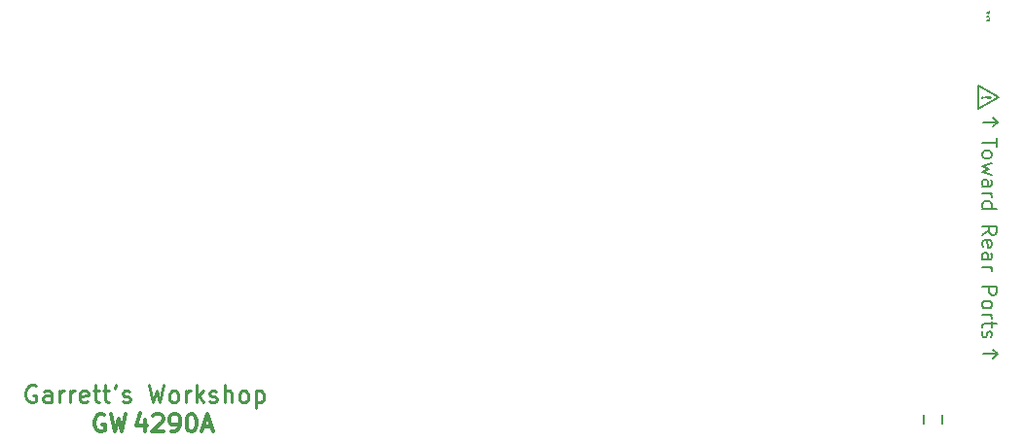
<source format=gto>
G04 #@! TF.GenerationSoftware,KiCad,Pcbnew,(5.1.2-1)-1*
G04 #@! TF.CreationDate,2019-07-21T10:06:24-04:00*
G04 #@! TF.ProjectId,BUSJUMP,4255534a-554d-4502-9e6b-696361645f70,rev?*
G04 #@! TF.SameCoordinates,Original*
G04 #@! TF.FileFunction,Legend,Top*
G04 #@! TF.FilePolarity,Positive*
%FSLAX46Y46*%
G04 Gerber Fmt 4.6, Leading zero omitted, Abs format (unit mm)*
G04 Created by KiCad (PCBNEW (5.1.2-1)-1) date 2019-07-21 10:06:24*
%MOMM*%
%LPD*%
G04 APERTURE LIST*
%ADD10C,0.200000*%
%ADD11C,0.190500*%
%ADD12C,0.300000*%
%ADD13C,0.225000*%
%ADD14C,0.152400*%
%ADD15C,0.127000*%
%ADD16C,0.100000*%
%ADD17C,2.000000*%
%ADD18C,1.676400*%
%ADD19C,1.202400*%
%ADD20C,2.152400*%
%ADD21O,1.202400X1.202400*%
G04 APERTURE END LIST*
D10*
X115697000Y-102108000D02*
X117475000Y-101092000D01*
X117475000Y-101092000D02*
X115697000Y-100076000D01*
X115697000Y-102108000D02*
X115697000Y-100076000D01*
X117348000Y-103251000D02*
X116078000Y-103251000D01*
X117348000Y-103251000D02*
X116967000Y-103632000D01*
X117348000Y-103251000D02*
X116967000Y-102870000D01*
X117348000Y-123444000D02*
X116967000Y-123063000D01*
X117348000Y-123444000D02*
X116078000Y-123444000D01*
X117348000Y-123444000D02*
X116967000Y-123825000D01*
X117281476Y-104672190D02*
X117281476Y-105397904D01*
X116011476Y-105035047D02*
X117281476Y-105035047D01*
X116011476Y-106002666D02*
X116071952Y-105881714D01*
X116132428Y-105821238D01*
X116253380Y-105760761D01*
X116616238Y-105760761D01*
X116737190Y-105821238D01*
X116797666Y-105881714D01*
X116858142Y-106002666D01*
X116858142Y-106184095D01*
X116797666Y-106305047D01*
X116737190Y-106365523D01*
X116616238Y-106426000D01*
X116253380Y-106426000D01*
X116132428Y-106365523D01*
X116071952Y-106305047D01*
X116011476Y-106184095D01*
X116011476Y-106002666D01*
X116858142Y-106849333D02*
X116011476Y-107091238D01*
X116616238Y-107333142D01*
X116011476Y-107575047D01*
X116858142Y-107816952D01*
X116011476Y-108845047D02*
X116676714Y-108845047D01*
X116797666Y-108784571D01*
X116858142Y-108663619D01*
X116858142Y-108421714D01*
X116797666Y-108300761D01*
X116071952Y-108845047D02*
X116011476Y-108724095D01*
X116011476Y-108421714D01*
X116071952Y-108300761D01*
X116192904Y-108240285D01*
X116313857Y-108240285D01*
X116434809Y-108300761D01*
X116495285Y-108421714D01*
X116495285Y-108724095D01*
X116555761Y-108845047D01*
X116011476Y-109449809D02*
X116858142Y-109449809D01*
X116616238Y-109449809D02*
X116737190Y-109510285D01*
X116797666Y-109570761D01*
X116858142Y-109691714D01*
X116858142Y-109812666D01*
X116011476Y-110780285D02*
X117281476Y-110780285D01*
X116071952Y-110780285D02*
X116011476Y-110659333D01*
X116011476Y-110417428D01*
X116071952Y-110296476D01*
X116132428Y-110236000D01*
X116253380Y-110175523D01*
X116616238Y-110175523D01*
X116737190Y-110236000D01*
X116797666Y-110296476D01*
X116858142Y-110417428D01*
X116858142Y-110659333D01*
X116797666Y-110780285D01*
X116011476Y-113078380D02*
X116616238Y-112655047D01*
X116011476Y-112352666D02*
X117281476Y-112352666D01*
X117281476Y-112836476D01*
X117221000Y-112957428D01*
X117160523Y-113017904D01*
X117039571Y-113078380D01*
X116858142Y-113078380D01*
X116737190Y-113017904D01*
X116676714Y-112957428D01*
X116616238Y-112836476D01*
X116616238Y-112352666D01*
X116071952Y-114106476D02*
X116011476Y-113985523D01*
X116011476Y-113743619D01*
X116071952Y-113622666D01*
X116192904Y-113562190D01*
X116676714Y-113562190D01*
X116797666Y-113622666D01*
X116858142Y-113743619D01*
X116858142Y-113985523D01*
X116797666Y-114106476D01*
X116676714Y-114166952D01*
X116555761Y-114166952D01*
X116434809Y-113562190D01*
X116011476Y-115255523D02*
X116676714Y-115255523D01*
X116797666Y-115195047D01*
X116858142Y-115074095D01*
X116858142Y-114832190D01*
X116797666Y-114711238D01*
X116071952Y-115255523D02*
X116011476Y-115134571D01*
X116011476Y-114832190D01*
X116071952Y-114711238D01*
X116192904Y-114650761D01*
X116313857Y-114650761D01*
X116434809Y-114711238D01*
X116495285Y-114832190D01*
X116495285Y-115134571D01*
X116555761Y-115255523D01*
X116011476Y-115860285D02*
X116858142Y-115860285D01*
X116616238Y-115860285D02*
X116737190Y-115920761D01*
X116797666Y-115981238D01*
X116858142Y-116102190D01*
X116858142Y-116223142D01*
X116011476Y-117614095D02*
X117281476Y-117614095D01*
X117281476Y-118097904D01*
X117221000Y-118218857D01*
X117160523Y-118279333D01*
X117039571Y-118339809D01*
X116858142Y-118339809D01*
X116737190Y-118279333D01*
X116676714Y-118218857D01*
X116616238Y-118097904D01*
X116616238Y-117614095D01*
X116011476Y-119065523D02*
X116071952Y-118944571D01*
X116132428Y-118884095D01*
X116253380Y-118823619D01*
X116616238Y-118823619D01*
X116737190Y-118884095D01*
X116797666Y-118944571D01*
X116858142Y-119065523D01*
X116858142Y-119246952D01*
X116797666Y-119367904D01*
X116737190Y-119428380D01*
X116616238Y-119488857D01*
X116253380Y-119488857D01*
X116132428Y-119428380D01*
X116071952Y-119367904D01*
X116011476Y-119246952D01*
X116011476Y-119065523D01*
X116011476Y-120033142D02*
X116858142Y-120033142D01*
X116616238Y-120033142D02*
X116737190Y-120093619D01*
X116797666Y-120154095D01*
X116858142Y-120275047D01*
X116858142Y-120396000D01*
X116858142Y-120637904D02*
X116858142Y-121121714D01*
X117281476Y-120819333D02*
X116192904Y-120819333D01*
X116071952Y-120879809D01*
X116011476Y-121000761D01*
X116011476Y-121121714D01*
X116071952Y-121484571D02*
X116011476Y-121605523D01*
X116011476Y-121847428D01*
X116071952Y-121968380D01*
X116192904Y-122028857D01*
X116253380Y-122028857D01*
X116374333Y-121968380D01*
X116434809Y-121847428D01*
X116434809Y-121666000D01*
X116495285Y-121545047D01*
X116616238Y-121484571D01*
X116676714Y-121484571D01*
X116797666Y-121545047D01*
X116858142Y-121666000D01*
X116858142Y-121847428D01*
X116797666Y-121968380D01*
D11*
X116059857Y-101092000D02*
X116023571Y-101128285D01*
X115987285Y-101092000D01*
X116023571Y-101055714D01*
X116059857Y-101092000D01*
X115987285Y-101092000D01*
X116277571Y-101092000D02*
X116713000Y-101055714D01*
X116749285Y-101092000D01*
X116713000Y-101128285D01*
X116277571Y-101092000D01*
X116749285Y-101092000D01*
D12*
X39660285Y-128778000D02*
X39515142Y-128705428D01*
X39297428Y-128705428D01*
X39079714Y-128778000D01*
X38934571Y-128923142D01*
X38862000Y-129068285D01*
X38789428Y-129358571D01*
X38789428Y-129576285D01*
X38862000Y-129866571D01*
X38934571Y-130011714D01*
X39079714Y-130156857D01*
X39297428Y-130229428D01*
X39442571Y-130229428D01*
X39660285Y-130156857D01*
X39732857Y-130084285D01*
X39732857Y-129576285D01*
X39442571Y-129576285D01*
X40240857Y-128705428D02*
X40603714Y-130229428D01*
X40894000Y-129140857D01*
X41184285Y-130229428D01*
X41547142Y-128705428D01*
D13*
X33680000Y-126250000D02*
X33537142Y-126178571D01*
X33322857Y-126178571D01*
X33108571Y-126250000D01*
X32965714Y-126392857D01*
X32894285Y-126535714D01*
X32822857Y-126821428D01*
X32822857Y-127035714D01*
X32894285Y-127321428D01*
X32965714Y-127464285D01*
X33108571Y-127607142D01*
X33322857Y-127678571D01*
X33465714Y-127678571D01*
X33680000Y-127607142D01*
X33751428Y-127535714D01*
X33751428Y-127035714D01*
X33465714Y-127035714D01*
X35037142Y-127678571D02*
X35037142Y-126892857D01*
X34965714Y-126750000D01*
X34822857Y-126678571D01*
X34537142Y-126678571D01*
X34394285Y-126750000D01*
X35037142Y-127607142D02*
X34894285Y-127678571D01*
X34537142Y-127678571D01*
X34394285Y-127607142D01*
X34322857Y-127464285D01*
X34322857Y-127321428D01*
X34394285Y-127178571D01*
X34537142Y-127107142D01*
X34894285Y-127107142D01*
X35037142Y-127035714D01*
X35751428Y-127678571D02*
X35751428Y-126678571D01*
X35751428Y-126964285D02*
X35822857Y-126821428D01*
X35894285Y-126750000D01*
X36037142Y-126678571D01*
X36180000Y-126678571D01*
X36680000Y-127678571D02*
X36680000Y-126678571D01*
X36680000Y-126964285D02*
X36751428Y-126821428D01*
X36822857Y-126750000D01*
X36965714Y-126678571D01*
X37108571Y-126678571D01*
X38180000Y-127607142D02*
X38037142Y-127678571D01*
X37751428Y-127678571D01*
X37608571Y-127607142D01*
X37537142Y-127464285D01*
X37537142Y-126892857D01*
X37608571Y-126750000D01*
X37751428Y-126678571D01*
X38037142Y-126678571D01*
X38180000Y-126750000D01*
X38251428Y-126892857D01*
X38251428Y-127035714D01*
X37537142Y-127178571D01*
X38680000Y-126678571D02*
X39251428Y-126678571D01*
X38894285Y-126178571D02*
X38894285Y-127464285D01*
X38965714Y-127607142D01*
X39108571Y-127678571D01*
X39251428Y-127678571D01*
X39537142Y-126678571D02*
X40108571Y-126678571D01*
X39751428Y-126178571D02*
X39751428Y-127464285D01*
X39822857Y-127607142D01*
X39965714Y-127678571D01*
X40108571Y-127678571D01*
X40680000Y-126178571D02*
X40680000Y-126250000D01*
X40608571Y-126392857D01*
X40537142Y-126464285D01*
X41251428Y-127607142D02*
X41394285Y-127678571D01*
X41680000Y-127678571D01*
X41822857Y-127607142D01*
X41894285Y-127464285D01*
X41894285Y-127392857D01*
X41822857Y-127250000D01*
X41680000Y-127178571D01*
X41465714Y-127178571D01*
X41322857Y-127107142D01*
X41251428Y-126964285D01*
X41251428Y-126892857D01*
X41322857Y-126750000D01*
X41465714Y-126678571D01*
X41680000Y-126678571D01*
X41822857Y-126750000D01*
X43537142Y-126178571D02*
X43894285Y-127678571D01*
X44180000Y-126607142D01*
X44465714Y-127678571D01*
X44822857Y-126178571D01*
X45608571Y-127678571D02*
X45465714Y-127607142D01*
X45394285Y-127535714D01*
X45322857Y-127392857D01*
X45322857Y-126964285D01*
X45394285Y-126821428D01*
X45465714Y-126750000D01*
X45608571Y-126678571D01*
X45822857Y-126678571D01*
X45965714Y-126750000D01*
X46037142Y-126821428D01*
X46108571Y-126964285D01*
X46108571Y-127392857D01*
X46037142Y-127535714D01*
X45965714Y-127607142D01*
X45822857Y-127678571D01*
X45608571Y-127678571D01*
X46751428Y-127678571D02*
X46751428Y-126678571D01*
X46751428Y-126964285D02*
X46822857Y-126821428D01*
X46894285Y-126750000D01*
X47037142Y-126678571D01*
X47180000Y-126678571D01*
X47680000Y-127678571D02*
X47680000Y-126178571D01*
X47822857Y-127107142D02*
X48251428Y-127678571D01*
X48251428Y-126678571D02*
X47680000Y-127250000D01*
X48822857Y-127607142D02*
X48965714Y-127678571D01*
X49251428Y-127678571D01*
X49394285Y-127607142D01*
X49465714Y-127464285D01*
X49465714Y-127392857D01*
X49394285Y-127250000D01*
X49251428Y-127178571D01*
X49037142Y-127178571D01*
X48894285Y-127107142D01*
X48822857Y-126964285D01*
X48822857Y-126892857D01*
X48894285Y-126750000D01*
X49037142Y-126678571D01*
X49251428Y-126678571D01*
X49394285Y-126750000D01*
X50108571Y-127678571D02*
X50108571Y-126178571D01*
X50751428Y-127678571D02*
X50751428Y-126892857D01*
X50680000Y-126750000D01*
X50537142Y-126678571D01*
X50322857Y-126678571D01*
X50180000Y-126750000D01*
X50108571Y-126821428D01*
X51680000Y-127678571D02*
X51537142Y-127607142D01*
X51465714Y-127535714D01*
X51394285Y-127392857D01*
X51394285Y-126964285D01*
X51465714Y-126821428D01*
X51537142Y-126750000D01*
X51680000Y-126678571D01*
X51894285Y-126678571D01*
X52037142Y-126750000D01*
X52108571Y-126821428D01*
X52180000Y-126964285D01*
X52180000Y-127392857D01*
X52108571Y-127535714D01*
X52037142Y-127607142D01*
X51894285Y-127678571D01*
X51680000Y-127678571D01*
X52822857Y-126678571D02*
X52822857Y-128178571D01*
X52822857Y-126750000D02*
X52965714Y-126678571D01*
X53251428Y-126678571D01*
X53394285Y-126750000D01*
X53465714Y-126821428D01*
X53537142Y-126964285D01*
X53537142Y-127392857D01*
X53465714Y-127535714D01*
X53394285Y-127607142D01*
X53251428Y-127678571D01*
X52965714Y-127678571D01*
X52822857Y-127607142D01*
D12*
X43180000Y-129213428D02*
X43180000Y-130229428D01*
X42817142Y-128632857D02*
X42454285Y-129721428D01*
X43397714Y-129721428D01*
X43905714Y-128850571D02*
X43978285Y-128778000D01*
X44123428Y-128705428D01*
X44486285Y-128705428D01*
X44631428Y-128778000D01*
X44704000Y-128850571D01*
X44776571Y-128995714D01*
X44776571Y-129140857D01*
X44704000Y-129358571D01*
X43833142Y-130229428D01*
X44776571Y-130229428D01*
X45502285Y-130229428D02*
X45792571Y-130229428D01*
X45937714Y-130156857D01*
X46010285Y-130084285D01*
X46155428Y-129866571D01*
X46228000Y-129576285D01*
X46228000Y-128995714D01*
X46155428Y-128850571D01*
X46082857Y-128778000D01*
X45937714Y-128705428D01*
X45647428Y-128705428D01*
X45502285Y-128778000D01*
X45429714Y-128850571D01*
X45357142Y-128995714D01*
X45357142Y-129358571D01*
X45429714Y-129503714D01*
X45502285Y-129576285D01*
X45647428Y-129648857D01*
X45937714Y-129648857D01*
X46082857Y-129576285D01*
X46155428Y-129503714D01*
X46228000Y-129358571D01*
X47171428Y-128705428D02*
X47316571Y-128705428D01*
X47461714Y-128778000D01*
X47534285Y-128850571D01*
X47606857Y-128995714D01*
X47679428Y-129286000D01*
X47679428Y-129648857D01*
X47606857Y-129939142D01*
X47534285Y-130084285D01*
X47461714Y-130156857D01*
X47316571Y-130229428D01*
X47171428Y-130229428D01*
X47026285Y-130156857D01*
X46953714Y-130084285D01*
X46881142Y-129939142D01*
X46808571Y-129648857D01*
X46808571Y-129286000D01*
X46881142Y-128995714D01*
X46953714Y-128850571D01*
X47026285Y-128778000D01*
X47171428Y-128705428D01*
X48260000Y-129794000D02*
X48985714Y-129794000D01*
X48114857Y-130229428D02*
X48622857Y-128705428D01*
X49130857Y-130229428D01*
D14*
X112560000Y-129565400D02*
X112560000Y-128752600D01*
X110960000Y-129565400D02*
X110960000Y-128752600D01*
D15*
X116942809Y-94367047D02*
X116434809Y-94367047D01*
X116676714Y-94367047D02*
X116676714Y-94076761D01*
X116942809Y-94076761D02*
X116434809Y-94076761D01*
X116604142Y-93617142D02*
X116942809Y-93617142D01*
X116410619Y-93738095D02*
X116773476Y-93859047D01*
X116773476Y-93544571D01*
%LPC*%
D16*
G36*
X114300000Y-139446000D02*
G01*
X113792000Y-139954000D01*
X48768000Y-139954000D01*
X48260000Y-139446000D01*
X48260000Y-132080000D01*
X114300000Y-132080000D01*
X114300000Y-139446000D01*
G37*
D17*
X117602000Y-129540000D03*
X32258000Y-93980000D03*
X32258000Y-129540000D03*
X117602000Y-93980000D03*
D16*
G36*
X112220179Y-131537818D02*
G01*
X112260862Y-131543853D01*
X112300758Y-131553846D01*
X112339483Y-131567702D01*
X112376662Y-131585287D01*
X112411939Y-131606431D01*
X112444974Y-131630931D01*
X112475448Y-131658552D01*
X112503069Y-131689026D01*
X112527569Y-131722061D01*
X112548713Y-131757338D01*
X112566298Y-131794517D01*
X112580154Y-131833242D01*
X112590147Y-131873138D01*
X112596182Y-131913821D01*
X112598200Y-131954900D01*
X112598200Y-138809100D01*
X112596182Y-138850179D01*
X112590147Y-138890862D01*
X112580154Y-138930758D01*
X112566298Y-138969483D01*
X112548713Y-139006662D01*
X112527569Y-139041939D01*
X112503069Y-139074974D01*
X112475448Y-139105448D01*
X112444974Y-139133069D01*
X112411939Y-139157569D01*
X112376662Y-139178713D01*
X112339483Y-139196298D01*
X112300758Y-139210154D01*
X112260862Y-139220147D01*
X112220179Y-139226182D01*
X112179100Y-139228200D01*
X111340900Y-139228200D01*
X111299821Y-139226182D01*
X111259138Y-139220147D01*
X111219242Y-139210154D01*
X111180517Y-139196298D01*
X111143338Y-139178713D01*
X111108061Y-139157569D01*
X111075026Y-139133069D01*
X111044552Y-139105448D01*
X111016931Y-139074974D01*
X110992431Y-139041939D01*
X110971287Y-139006662D01*
X110953702Y-138969483D01*
X110939846Y-138930758D01*
X110929853Y-138890862D01*
X110923818Y-138850179D01*
X110921800Y-138809100D01*
X110921800Y-131954900D01*
X110923818Y-131913821D01*
X110929853Y-131873138D01*
X110939846Y-131833242D01*
X110953702Y-131794517D01*
X110971287Y-131757338D01*
X110992431Y-131722061D01*
X111016931Y-131689026D01*
X111044552Y-131658552D01*
X111075026Y-131630931D01*
X111108061Y-131606431D01*
X111143338Y-131585287D01*
X111180517Y-131567702D01*
X111219242Y-131553846D01*
X111259138Y-131543853D01*
X111299821Y-131537818D01*
X111340900Y-131535800D01*
X112179100Y-131535800D01*
X112220179Y-131537818D01*
X112220179Y-131537818D01*
G37*
D18*
X111760000Y-135382000D03*
D16*
G36*
X109680179Y-131537818D02*
G01*
X109720862Y-131543853D01*
X109760758Y-131553846D01*
X109799483Y-131567702D01*
X109836662Y-131585287D01*
X109871939Y-131606431D01*
X109904974Y-131630931D01*
X109935448Y-131658552D01*
X109963069Y-131689026D01*
X109987569Y-131722061D01*
X110008713Y-131757338D01*
X110026298Y-131794517D01*
X110040154Y-131833242D01*
X110050147Y-131873138D01*
X110056182Y-131913821D01*
X110058200Y-131954900D01*
X110058200Y-138809100D01*
X110056182Y-138850179D01*
X110050147Y-138890862D01*
X110040154Y-138930758D01*
X110026298Y-138969483D01*
X110008713Y-139006662D01*
X109987569Y-139041939D01*
X109963069Y-139074974D01*
X109935448Y-139105448D01*
X109904974Y-139133069D01*
X109871939Y-139157569D01*
X109836662Y-139178713D01*
X109799483Y-139196298D01*
X109760758Y-139210154D01*
X109720862Y-139220147D01*
X109680179Y-139226182D01*
X109639100Y-139228200D01*
X108800900Y-139228200D01*
X108759821Y-139226182D01*
X108719138Y-139220147D01*
X108679242Y-139210154D01*
X108640517Y-139196298D01*
X108603338Y-139178713D01*
X108568061Y-139157569D01*
X108535026Y-139133069D01*
X108504552Y-139105448D01*
X108476931Y-139074974D01*
X108452431Y-139041939D01*
X108431287Y-139006662D01*
X108413702Y-138969483D01*
X108399846Y-138930758D01*
X108389853Y-138890862D01*
X108383818Y-138850179D01*
X108381800Y-138809100D01*
X108381800Y-131954900D01*
X108383818Y-131913821D01*
X108389853Y-131873138D01*
X108399846Y-131833242D01*
X108413702Y-131794517D01*
X108431287Y-131757338D01*
X108452431Y-131722061D01*
X108476931Y-131689026D01*
X108504552Y-131658552D01*
X108535026Y-131630931D01*
X108568061Y-131606431D01*
X108603338Y-131585287D01*
X108640517Y-131567702D01*
X108679242Y-131553846D01*
X108719138Y-131543853D01*
X108759821Y-131537818D01*
X108800900Y-131535800D01*
X109639100Y-131535800D01*
X109680179Y-131537818D01*
X109680179Y-131537818D01*
G37*
D18*
X109220000Y-135382000D03*
D16*
G36*
X107140179Y-131537818D02*
G01*
X107180862Y-131543853D01*
X107220758Y-131553846D01*
X107259483Y-131567702D01*
X107296662Y-131585287D01*
X107331939Y-131606431D01*
X107364974Y-131630931D01*
X107395448Y-131658552D01*
X107423069Y-131689026D01*
X107447569Y-131722061D01*
X107468713Y-131757338D01*
X107486298Y-131794517D01*
X107500154Y-131833242D01*
X107510147Y-131873138D01*
X107516182Y-131913821D01*
X107518200Y-131954900D01*
X107518200Y-138809100D01*
X107516182Y-138850179D01*
X107510147Y-138890862D01*
X107500154Y-138930758D01*
X107486298Y-138969483D01*
X107468713Y-139006662D01*
X107447569Y-139041939D01*
X107423069Y-139074974D01*
X107395448Y-139105448D01*
X107364974Y-139133069D01*
X107331939Y-139157569D01*
X107296662Y-139178713D01*
X107259483Y-139196298D01*
X107220758Y-139210154D01*
X107180862Y-139220147D01*
X107140179Y-139226182D01*
X107099100Y-139228200D01*
X106260900Y-139228200D01*
X106219821Y-139226182D01*
X106179138Y-139220147D01*
X106139242Y-139210154D01*
X106100517Y-139196298D01*
X106063338Y-139178713D01*
X106028061Y-139157569D01*
X105995026Y-139133069D01*
X105964552Y-139105448D01*
X105936931Y-139074974D01*
X105912431Y-139041939D01*
X105891287Y-139006662D01*
X105873702Y-138969483D01*
X105859846Y-138930758D01*
X105849853Y-138890862D01*
X105843818Y-138850179D01*
X105841800Y-138809100D01*
X105841800Y-131954900D01*
X105843818Y-131913821D01*
X105849853Y-131873138D01*
X105859846Y-131833242D01*
X105873702Y-131794517D01*
X105891287Y-131757338D01*
X105912431Y-131722061D01*
X105936931Y-131689026D01*
X105964552Y-131658552D01*
X105995026Y-131630931D01*
X106028061Y-131606431D01*
X106063338Y-131585287D01*
X106100517Y-131567702D01*
X106139242Y-131553846D01*
X106179138Y-131543853D01*
X106219821Y-131537818D01*
X106260900Y-131535800D01*
X107099100Y-131535800D01*
X107140179Y-131537818D01*
X107140179Y-131537818D01*
G37*
D18*
X106680000Y-135382000D03*
D16*
G36*
X104600179Y-131537818D02*
G01*
X104640862Y-131543853D01*
X104680758Y-131553846D01*
X104719483Y-131567702D01*
X104756662Y-131585287D01*
X104791939Y-131606431D01*
X104824974Y-131630931D01*
X104855448Y-131658552D01*
X104883069Y-131689026D01*
X104907569Y-131722061D01*
X104928713Y-131757338D01*
X104946298Y-131794517D01*
X104960154Y-131833242D01*
X104970147Y-131873138D01*
X104976182Y-131913821D01*
X104978200Y-131954900D01*
X104978200Y-138809100D01*
X104976182Y-138850179D01*
X104970147Y-138890862D01*
X104960154Y-138930758D01*
X104946298Y-138969483D01*
X104928713Y-139006662D01*
X104907569Y-139041939D01*
X104883069Y-139074974D01*
X104855448Y-139105448D01*
X104824974Y-139133069D01*
X104791939Y-139157569D01*
X104756662Y-139178713D01*
X104719483Y-139196298D01*
X104680758Y-139210154D01*
X104640862Y-139220147D01*
X104600179Y-139226182D01*
X104559100Y-139228200D01*
X103720900Y-139228200D01*
X103679821Y-139226182D01*
X103639138Y-139220147D01*
X103599242Y-139210154D01*
X103560517Y-139196298D01*
X103523338Y-139178713D01*
X103488061Y-139157569D01*
X103455026Y-139133069D01*
X103424552Y-139105448D01*
X103396931Y-139074974D01*
X103372431Y-139041939D01*
X103351287Y-139006662D01*
X103333702Y-138969483D01*
X103319846Y-138930758D01*
X103309853Y-138890862D01*
X103303818Y-138850179D01*
X103301800Y-138809100D01*
X103301800Y-131954900D01*
X103303818Y-131913821D01*
X103309853Y-131873138D01*
X103319846Y-131833242D01*
X103333702Y-131794517D01*
X103351287Y-131757338D01*
X103372431Y-131722061D01*
X103396931Y-131689026D01*
X103424552Y-131658552D01*
X103455026Y-131630931D01*
X103488061Y-131606431D01*
X103523338Y-131585287D01*
X103560517Y-131567702D01*
X103599242Y-131553846D01*
X103639138Y-131543853D01*
X103679821Y-131537818D01*
X103720900Y-131535800D01*
X104559100Y-131535800D01*
X104600179Y-131537818D01*
X104600179Y-131537818D01*
G37*
D18*
X104140000Y-135382000D03*
D16*
G36*
X102060179Y-131537818D02*
G01*
X102100862Y-131543853D01*
X102140758Y-131553846D01*
X102179483Y-131567702D01*
X102216662Y-131585287D01*
X102251939Y-131606431D01*
X102284974Y-131630931D01*
X102315448Y-131658552D01*
X102343069Y-131689026D01*
X102367569Y-131722061D01*
X102388713Y-131757338D01*
X102406298Y-131794517D01*
X102420154Y-131833242D01*
X102430147Y-131873138D01*
X102436182Y-131913821D01*
X102438200Y-131954900D01*
X102438200Y-138809100D01*
X102436182Y-138850179D01*
X102430147Y-138890862D01*
X102420154Y-138930758D01*
X102406298Y-138969483D01*
X102388713Y-139006662D01*
X102367569Y-139041939D01*
X102343069Y-139074974D01*
X102315448Y-139105448D01*
X102284974Y-139133069D01*
X102251939Y-139157569D01*
X102216662Y-139178713D01*
X102179483Y-139196298D01*
X102140758Y-139210154D01*
X102100862Y-139220147D01*
X102060179Y-139226182D01*
X102019100Y-139228200D01*
X101180900Y-139228200D01*
X101139821Y-139226182D01*
X101099138Y-139220147D01*
X101059242Y-139210154D01*
X101020517Y-139196298D01*
X100983338Y-139178713D01*
X100948061Y-139157569D01*
X100915026Y-139133069D01*
X100884552Y-139105448D01*
X100856931Y-139074974D01*
X100832431Y-139041939D01*
X100811287Y-139006662D01*
X100793702Y-138969483D01*
X100779846Y-138930758D01*
X100769853Y-138890862D01*
X100763818Y-138850179D01*
X100761800Y-138809100D01*
X100761800Y-131954900D01*
X100763818Y-131913821D01*
X100769853Y-131873138D01*
X100779846Y-131833242D01*
X100793702Y-131794517D01*
X100811287Y-131757338D01*
X100832431Y-131722061D01*
X100856931Y-131689026D01*
X100884552Y-131658552D01*
X100915026Y-131630931D01*
X100948061Y-131606431D01*
X100983338Y-131585287D01*
X101020517Y-131567702D01*
X101059242Y-131553846D01*
X101099138Y-131543853D01*
X101139821Y-131537818D01*
X101180900Y-131535800D01*
X102019100Y-131535800D01*
X102060179Y-131537818D01*
X102060179Y-131537818D01*
G37*
D18*
X101600000Y-135382000D03*
D16*
G36*
X99520179Y-131537818D02*
G01*
X99560862Y-131543853D01*
X99600758Y-131553846D01*
X99639483Y-131567702D01*
X99676662Y-131585287D01*
X99711939Y-131606431D01*
X99744974Y-131630931D01*
X99775448Y-131658552D01*
X99803069Y-131689026D01*
X99827569Y-131722061D01*
X99848713Y-131757338D01*
X99866298Y-131794517D01*
X99880154Y-131833242D01*
X99890147Y-131873138D01*
X99896182Y-131913821D01*
X99898200Y-131954900D01*
X99898200Y-138809100D01*
X99896182Y-138850179D01*
X99890147Y-138890862D01*
X99880154Y-138930758D01*
X99866298Y-138969483D01*
X99848713Y-139006662D01*
X99827569Y-139041939D01*
X99803069Y-139074974D01*
X99775448Y-139105448D01*
X99744974Y-139133069D01*
X99711939Y-139157569D01*
X99676662Y-139178713D01*
X99639483Y-139196298D01*
X99600758Y-139210154D01*
X99560862Y-139220147D01*
X99520179Y-139226182D01*
X99479100Y-139228200D01*
X98640900Y-139228200D01*
X98599821Y-139226182D01*
X98559138Y-139220147D01*
X98519242Y-139210154D01*
X98480517Y-139196298D01*
X98443338Y-139178713D01*
X98408061Y-139157569D01*
X98375026Y-139133069D01*
X98344552Y-139105448D01*
X98316931Y-139074974D01*
X98292431Y-139041939D01*
X98271287Y-139006662D01*
X98253702Y-138969483D01*
X98239846Y-138930758D01*
X98229853Y-138890862D01*
X98223818Y-138850179D01*
X98221800Y-138809100D01*
X98221800Y-131954900D01*
X98223818Y-131913821D01*
X98229853Y-131873138D01*
X98239846Y-131833242D01*
X98253702Y-131794517D01*
X98271287Y-131757338D01*
X98292431Y-131722061D01*
X98316931Y-131689026D01*
X98344552Y-131658552D01*
X98375026Y-131630931D01*
X98408061Y-131606431D01*
X98443338Y-131585287D01*
X98480517Y-131567702D01*
X98519242Y-131553846D01*
X98559138Y-131543853D01*
X98599821Y-131537818D01*
X98640900Y-131535800D01*
X99479100Y-131535800D01*
X99520179Y-131537818D01*
X99520179Y-131537818D01*
G37*
D18*
X99060000Y-135382000D03*
D16*
G36*
X96980179Y-131537818D02*
G01*
X97020862Y-131543853D01*
X97060758Y-131553846D01*
X97099483Y-131567702D01*
X97136662Y-131585287D01*
X97171939Y-131606431D01*
X97204974Y-131630931D01*
X97235448Y-131658552D01*
X97263069Y-131689026D01*
X97287569Y-131722061D01*
X97308713Y-131757338D01*
X97326298Y-131794517D01*
X97340154Y-131833242D01*
X97350147Y-131873138D01*
X97356182Y-131913821D01*
X97358200Y-131954900D01*
X97358200Y-138809100D01*
X97356182Y-138850179D01*
X97350147Y-138890862D01*
X97340154Y-138930758D01*
X97326298Y-138969483D01*
X97308713Y-139006662D01*
X97287569Y-139041939D01*
X97263069Y-139074974D01*
X97235448Y-139105448D01*
X97204974Y-139133069D01*
X97171939Y-139157569D01*
X97136662Y-139178713D01*
X97099483Y-139196298D01*
X97060758Y-139210154D01*
X97020862Y-139220147D01*
X96980179Y-139226182D01*
X96939100Y-139228200D01*
X96100900Y-139228200D01*
X96059821Y-139226182D01*
X96019138Y-139220147D01*
X95979242Y-139210154D01*
X95940517Y-139196298D01*
X95903338Y-139178713D01*
X95868061Y-139157569D01*
X95835026Y-139133069D01*
X95804552Y-139105448D01*
X95776931Y-139074974D01*
X95752431Y-139041939D01*
X95731287Y-139006662D01*
X95713702Y-138969483D01*
X95699846Y-138930758D01*
X95689853Y-138890862D01*
X95683818Y-138850179D01*
X95681800Y-138809100D01*
X95681800Y-131954900D01*
X95683818Y-131913821D01*
X95689853Y-131873138D01*
X95699846Y-131833242D01*
X95713702Y-131794517D01*
X95731287Y-131757338D01*
X95752431Y-131722061D01*
X95776931Y-131689026D01*
X95804552Y-131658552D01*
X95835026Y-131630931D01*
X95868061Y-131606431D01*
X95903338Y-131585287D01*
X95940517Y-131567702D01*
X95979242Y-131553846D01*
X96019138Y-131543853D01*
X96059821Y-131537818D01*
X96100900Y-131535800D01*
X96939100Y-131535800D01*
X96980179Y-131537818D01*
X96980179Y-131537818D01*
G37*
D18*
X96520000Y-135382000D03*
D16*
G36*
X94440179Y-131537818D02*
G01*
X94480862Y-131543853D01*
X94520758Y-131553846D01*
X94559483Y-131567702D01*
X94596662Y-131585287D01*
X94631939Y-131606431D01*
X94664974Y-131630931D01*
X94695448Y-131658552D01*
X94723069Y-131689026D01*
X94747569Y-131722061D01*
X94768713Y-131757338D01*
X94786298Y-131794517D01*
X94800154Y-131833242D01*
X94810147Y-131873138D01*
X94816182Y-131913821D01*
X94818200Y-131954900D01*
X94818200Y-138809100D01*
X94816182Y-138850179D01*
X94810147Y-138890862D01*
X94800154Y-138930758D01*
X94786298Y-138969483D01*
X94768713Y-139006662D01*
X94747569Y-139041939D01*
X94723069Y-139074974D01*
X94695448Y-139105448D01*
X94664974Y-139133069D01*
X94631939Y-139157569D01*
X94596662Y-139178713D01*
X94559483Y-139196298D01*
X94520758Y-139210154D01*
X94480862Y-139220147D01*
X94440179Y-139226182D01*
X94399100Y-139228200D01*
X93560900Y-139228200D01*
X93519821Y-139226182D01*
X93479138Y-139220147D01*
X93439242Y-139210154D01*
X93400517Y-139196298D01*
X93363338Y-139178713D01*
X93328061Y-139157569D01*
X93295026Y-139133069D01*
X93264552Y-139105448D01*
X93236931Y-139074974D01*
X93212431Y-139041939D01*
X93191287Y-139006662D01*
X93173702Y-138969483D01*
X93159846Y-138930758D01*
X93149853Y-138890862D01*
X93143818Y-138850179D01*
X93141800Y-138809100D01*
X93141800Y-131954900D01*
X93143818Y-131913821D01*
X93149853Y-131873138D01*
X93159846Y-131833242D01*
X93173702Y-131794517D01*
X93191287Y-131757338D01*
X93212431Y-131722061D01*
X93236931Y-131689026D01*
X93264552Y-131658552D01*
X93295026Y-131630931D01*
X93328061Y-131606431D01*
X93363338Y-131585287D01*
X93400517Y-131567702D01*
X93439242Y-131553846D01*
X93479138Y-131543853D01*
X93519821Y-131537818D01*
X93560900Y-131535800D01*
X94399100Y-131535800D01*
X94440179Y-131537818D01*
X94440179Y-131537818D01*
G37*
D18*
X93980000Y-135382000D03*
D16*
G36*
X91900179Y-131537818D02*
G01*
X91940862Y-131543853D01*
X91980758Y-131553846D01*
X92019483Y-131567702D01*
X92056662Y-131585287D01*
X92091939Y-131606431D01*
X92124974Y-131630931D01*
X92155448Y-131658552D01*
X92183069Y-131689026D01*
X92207569Y-131722061D01*
X92228713Y-131757338D01*
X92246298Y-131794517D01*
X92260154Y-131833242D01*
X92270147Y-131873138D01*
X92276182Y-131913821D01*
X92278200Y-131954900D01*
X92278200Y-138809100D01*
X92276182Y-138850179D01*
X92270147Y-138890862D01*
X92260154Y-138930758D01*
X92246298Y-138969483D01*
X92228713Y-139006662D01*
X92207569Y-139041939D01*
X92183069Y-139074974D01*
X92155448Y-139105448D01*
X92124974Y-139133069D01*
X92091939Y-139157569D01*
X92056662Y-139178713D01*
X92019483Y-139196298D01*
X91980758Y-139210154D01*
X91940862Y-139220147D01*
X91900179Y-139226182D01*
X91859100Y-139228200D01*
X91020900Y-139228200D01*
X90979821Y-139226182D01*
X90939138Y-139220147D01*
X90899242Y-139210154D01*
X90860517Y-139196298D01*
X90823338Y-139178713D01*
X90788061Y-139157569D01*
X90755026Y-139133069D01*
X90724552Y-139105448D01*
X90696931Y-139074974D01*
X90672431Y-139041939D01*
X90651287Y-139006662D01*
X90633702Y-138969483D01*
X90619846Y-138930758D01*
X90609853Y-138890862D01*
X90603818Y-138850179D01*
X90601800Y-138809100D01*
X90601800Y-131954900D01*
X90603818Y-131913821D01*
X90609853Y-131873138D01*
X90619846Y-131833242D01*
X90633702Y-131794517D01*
X90651287Y-131757338D01*
X90672431Y-131722061D01*
X90696931Y-131689026D01*
X90724552Y-131658552D01*
X90755026Y-131630931D01*
X90788061Y-131606431D01*
X90823338Y-131585287D01*
X90860517Y-131567702D01*
X90899242Y-131553846D01*
X90939138Y-131543853D01*
X90979821Y-131537818D01*
X91020900Y-131535800D01*
X91859100Y-131535800D01*
X91900179Y-131537818D01*
X91900179Y-131537818D01*
G37*
D18*
X91440000Y-135382000D03*
D16*
G36*
X89360179Y-131537818D02*
G01*
X89400862Y-131543853D01*
X89440758Y-131553846D01*
X89479483Y-131567702D01*
X89516662Y-131585287D01*
X89551939Y-131606431D01*
X89584974Y-131630931D01*
X89615448Y-131658552D01*
X89643069Y-131689026D01*
X89667569Y-131722061D01*
X89688713Y-131757338D01*
X89706298Y-131794517D01*
X89720154Y-131833242D01*
X89730147Y-131873138D01*
X89736182Y-131913821D01*
X89738200Y-131954900D01*
X89738200Y-138809100D01*
X89736182Y-138850179D01*
X89730147Y-138890862D01*
X89720154Y-138930758D01*
X89706298Y-138969483D01*
X89688713Y-139006662D01*
X89667569Y-139041939D01*
X89643069Y-139074974D01*
X89615448Y-139105448D01*
X89584974Y-139133069D01*
X89551939Y-139157569D01*
X89516662Y-139178713D01*
X89479483Y-139196298D01*
X89440758Y-139210154D01*
X89400862Y-139220147D01*
X89360179Y-139226182D01*
X89319100Y-139228200D01*
X88480900Y-139228200D01*
X88439821Y-139226182D01*
X88399138Y-139220147D01*
X88359242Y-139210154D01*
X88320517Y-139196298D01*
X88283338Y-139178713D01*
X88248061Y-139157569D01*
X88215026Y-139133069D01*
X88184552Y-139105448D01*
X88156931Y-139074974D01*
X88132431Y-139041939D01*
X88111287Y-139006662D01*
X88093702Y-138969483D01*
X88079846Y-138930758D01*
X88069853Y-138890862D01*
X88063818Y-138850179D01*
X88061800Y-138809100D01*
X88061800Y-131954900D01*
X88063818Y-131913821D01*
X88069853Y-131873138D01*
X88079846Y-131833242D01*
X88093702Y-131794517D01*
X88111287Y-131757338D01*
X88132431Y-131722061D01*
X88156931Y-131689026D01*
X88184552Y-131658552D01*
X88215026Y-131630931D01*
X88248061Y-131606431D01*
X88283338Y-131585287D01*
X88320517Y-131567702D01*
X88359242Y-131553846D01*
X88399138Y-131543853D01*
X88439821Y-131537818D01*
X88480900Y-131535800D01*
X89319100Y-131535800D01*
X89360179Y-131537818D01*
X89360179Y-131537818D01*
G37*
D18*
X88900000Y-135382000D03*
D16*
G36*
X86820179Y-131537818D02*
G01*
X86860862Y-131543853D01*
X86900758Y-131553846D01*
X86939483Y-131567702D01*
X86976662Y-131585287D01*
X87011939Y-131606431D01*
X87044974Y-131630931D01*
X87075448Y-131658552D01*
X87103069Y-131689026D01*
X87127569Y-131722061D01*
X87148713Y-131757338D01*
X87166298Y-131794517D01*
X87180154Y-131833242D01*
X87190147Y-131873138D01*
X87196182Y-131913821D01*
X87198200Y-131954900D01*
X87198200Y-138809100D01*
X87196182Y-138850179D01*
X87190147Y-138890862D01*
X87180154Y-138930758D01*
X87166298Y-138969483D01*
X87148713Y-139006662D01*
X87127569Y-139041939D01*
X87103069Y-139074974D01*
X87075448Y-139105448D01*
X87044974Y-139133069D01*
X87011939Y-139157569D01*
X86976662Y-139178713D01*
X86939483Y-139196298D01*
X86900758Y-139210154D01*
X86860862Y-139220147D01*
X86820179Y-139226182D01*
X86779100Y-139228200D01*
X85940900Y-139228200D01*
X85899821Y-139226182D01*
X85859138Y-139220147D01*
X85819242Y-139210154D01*
X85780517Y-139196298D01*
X85743338Y-139178713D01*
X85708061Y-139157569D01*
X85675026Y-139133069D01*
X85644552Y-139105448D01*
X85616931Y-139074974D01*
X85592431Y-139041939D01*
X85571287Y-139006662D01*
X85553702Y-138969483D01*
X85539846Y-138930758D01*
X85529853Y-138890862D01*
X85523818Y-138850179D01*
X85521800Y-138809100D01*
X85521800Y-131954900D01*
X85523818Y-131913821D01*
X85529853Y-131873138D01*
X85539846Y-131833242D01*
X85553702Y-131794517D01*
X85571287Y-131757338D01*
X85592431Y-131722061D01*
X85616931Y-131689026D01*
X85644552Y-131658552D01*
X85675026Y-131630931D01*
X85708061Y-131606431D01*
X85743338Y-131585287D01*
X85780517Y-131567702D01*
X85819242Y-131553846D01*
X85859138Y-131543853D01*
X85899821Y-131537818D01*
X85940900Y-131535800D01*
X86779100Y-131535800D01*
X86820179Y-131537818D01*
X86820179Y-131537818D01*
G37*
D18*
X86360000Y-135382000D03*
D16*
G36*
X84280179Y-131537818D02*
G01*
X84320862Y-131543853D01*
X84360758Y-131553846D01*
X84399483Y-131567702D01*
X84436662Y-131585287D01*
X84471939Y-131606431D01*
X84504974Y-131630931D01*
X84535448Y-131658552D01*
X84563069Y-131689026D01*
X84587569Y-131722061D01*
X84608713Y-131757338D01*
X84626298Y-131794517D01*
X84640154Y-131833242D01*
X84650147Y-131873138D01*
X84656182Y-131913821D01*
X84658200Y-131954900D01*
X84658200Y-138809100D01*
X84656182Y-138850179D01*
X84650147Y-138890862D01*
X84640154Y-138930758D01*
X84626298Y-138969483D01*
X84608713Y-139006662D01*
X84587569Y-139041939D01*
X84563069Y-139074974D01*
X84535448Y-139105448D01*
X84504974Y-139133069D01*
X84471939Y-139157569D01*
X84436662Y-139178713D01*
X84399483Y-139196298D01*
X84360758Y-139210154D01*
X84320862Y-139220147D01*
X84280179Y-139226182D01*
X84239100Y-139228200D01*
X83400900Y-139228200D01*
X83359821Y-139226182D01*
X83319138Y-139220147D01*
X83279242Y-139210154D01*
X83240517Y-139196298D01*
X83203338Y-139178713D01*
X83168061Y-139157569D01*
X83135026Y-139133069D01*
X83104552Y-139105448D01*
X83076931Y-139074974D01*
X83052431Y-139041939D01*
X83031287Y-139006662D01*
X83013702Y-138969483D01*
X82999846Y-138930758D01*
X82989853Y-138890862D01*
X82983818Y-138850179D01*
X82981800Y-138809100D01*
X82981800Y-131954900D01*
X82983818Y-131913821D01*
X82989853Y-131873138D01*
X82999846Y-131833242D01*
X83013702Y-131794517D01*
X83031287Y-131757338D01*
X83052431Y-131722061D01*
X83076931Y-131689026D01*
X83104552Y-131658552D01*
X83135026Y-131630931D01*
X83168061Y-131606431D01*
X83203338Y-131585287D01*
X83240517Y-131567702D01*
X83279242Y-131553846D01*
X83319138Y-131543853D01*
X83359821Y-131537818D01*
X83400900Y-131535800D01*
X84239100Y-131535800D01*
X84280179Y-131537818D01*
X84280179Y-131537818D01*
G37*
D18*
X83820000Y-135382000D03*
D16*
G36*
X81740179Y-131537818D02*
G01*
X81780862Y-131543853D01*
X81820758Y-131553846D01*
X81859483Y-131567702D01*
X81896662Y-131585287D01*
X81931939Y-131606431D01*
X81964974Y-131630931D01*
X81995448Y-131658552D01*
X82023069Y-131689026D01*
X82047569Y-131722061D01*
X82068713Y-131757338D01*
X82086298Y-131794517D01*
X82100154Y-131833242D01*
X82110147Y-131873138D01*
X82116182Y-131913821D01*
X82118200Y-131954900D01*
X82118200Y-138809100D01*
X82116182Y-138850179D01*
X82110147Y-138890862D01*
X82100154Y-138930758D01*
X82086298Y-138969483D01*
X82068713Y-139006662D01*
X82047569Y-139041939D01*
X82023069Y-139074974D01*
X81995448Y-139105448D01*
X81964974Y-139133069D01*
X81931939Y-139157569D01*
X81896662Y-139178713D01*
X81859483Y-139196298D01*
X81820758Y-139210154D01*
X81780862Y-139220147D01*
X81740179Y-139226182D01*
X81699100Y-139228200D01*
X80860900Y-139228200D01*
X80819821Y-139226182D01*
X80779138Y-139220147D01*
X80739242Y-139210154D01*
X80700517Y-139196298D01*
X80663338Y-139178713D01*
X80628061Y-139157569D01*
X80595026Y-139133069D01*
X80564552Y-139105448D01*
X80536931Y-139074974D01*
X80512431Y-139041939D01*
X80491287Y-139006662D01*
X80473702Y-138969483D01*
X80459846Y-138930758D01*
X80449853Y-138890862D01*
X80443818Y-138850179D01*
X80441800Y-138809100D01*
X80441800Y-131954900D01*
X80443818Y-131913821D01*
X80449853Y-131873138D01*
X80459846Y-131833242D01*
X80473702Y-131794517D01*
X80491287Y-131757338D01*
X80512431Y-131722061D01*
X80536931Y-131689026D01*
X80564552Y-131658552D01*
X80595026Y-131630931D01*
X80628061Y-131606431D01*
X80663338Y-131585287D01*
X80700517Y-131567702D01*
X80739242Y-131553846D01*
X80779138Y-131543853D01*
X80819821Y-131537818D01*
X80860900Y-131535800D01*
X81699100Y-131535800D01*
X81740179Y-131537818D01*
X81740179Y-131537818D01*
G37*
D18*
X81280000Y-135382000D03*
D16*
G36*
X79200179Y-131537818D02*
G01*
X79240862Y-131543853D01*
X79280758Y-131553846D01*
X79319483Y-131567702D01*
X79356662Y-131585287D01*
X79391939Y-131606431D01*
X79424974Y-131630931D01*
X79455448Y-131658552D01*
X79483069Y-131689026D01*
X79507569Y-131722061D01*
X79528713Y-131757338D01*
X79546298Y-131794517D01*
X79560154Y-131833242D01*
X79570147Y-131873138D01*
X79576182Y-131913821D01*
X79578200Y-131954900D01*
X79578200Y-138809100D01*
X79576182Y-138850179D01*
X79570147Y-138890862D01*
X79560154Y-138930758D01*
X79546298Y-138969483D01*
X79528713Y-139006662D01*
X79507569Y-139041939D01*
X79483069Y-139074974D01*
X79455448Y-139105448D01*
X79424974Y-139133069D01*
X79391939Y-139157569D01*
X79356662Y-139178713D01*
X79319483Y-139196298D01*
X79280758Y-139210154D01*
X79240862Y-139220147D01*
X79200179Y-139226182D01*
X79159100Y-139228200D01*
X78320900Y-139228200D01*
X78279821Y-139226182D01*
X78239138Y-139220147D01*
X78199242Y-139210154D01*
X78160517Y-139196298D01*
X78123338Y-139178713D01*
X78088061Y-139157569D01*
X78055026Y-139133069D01*
X78024552Y-139105448D01*
X77996931Y-139074974D01*
X77972431Y-139041939D01*
X77951287Y-139006662D01*
X77933702Y-138969483D01*
X77919846Y-138930758D01*
X77909853Y-138890862D01*
X77903818Y-138850179D01*
X77901800Y-138809100D01*
X77901800Y-131954900D01*
X77903818Y-131913821D01*
X77909853Y-131873138D01*
X77919846Y-131833242D01*
X77933702Y-131794517D01*
X77951287Y-131757338D01*
X77972431Y-131722061D01*
X77996931Y-131689026D01*
X78024552Y-131658552D01*
X78055026Y-131630931D01*
X78088061Y-131606431D01*
X78123338Y-131585287D01*
X78160517Y-131567702D01*
X78199242Y-131553846D01*
X78239138Y-131543853D01*
X78279821Y-131537818D01*
X78320900Y-131535800D01*
X79159100Y-131535800D01*
X79200179Y-131537818D01*
X79200179Y-131537818D01*
G37*
D18*
X78740000Y-135382000D03*
D16*
G36*
X76660179Y-131537818D02*
G01*
X76700862Y-131543853D01*
X76740758Y-131553846D01*
X76779483Y-131567702D01*
X76816662Y-131585287D01*
X76851939Y-131606431D01*
X76884974Y-131630931D01*
X76915448Y-131658552D01*
X76943069Y-131689026D01*
X76967569Y-131722061D01*
X76988713Y-131757338D01*
X77006298Y-131794517D01*
X77020154Y-131833242D01*
X77030147Y-131873138D01*
X77036182Y-131913821D01*
X77038200Y-131954900D01*
X77038200Y-138809100D01*
X77036182Y-138850179D01*
X77030147Y-138890862D01*
X77020154Y-138930758D01*
X77006298Y-138969483D01*
X76988713Y-139006662D01*
X76967569Y-139041939D01*
X76943069Y-139074974D01*
X76915448Y-139105448D01*
X76884974Y-139133069D01*
X76851939Y-139157569D01*
X76816662Y-139178713D01*
X76779483Y-139196298D01*
X76740758Y-139210154D01*
X76700862Y-139220147D01*
X76660179Y-139226182D01*
X76619100Y-139228200D01*
X75780900Y-139228200D01*
X75739821Y-139226182D01*
X75699138Y-139220147D01*
X75659242Y-139210154D01*
X75620517Y-139196298D01*
X75583338Y-139178713D01*
X75548061Y-139157569D01*
X75515026Y-139133069D01*
X75484552Y-139105448D01*
X75456931Y-139074974D01*
X75432431Y-139041939D01*
X75411287Y-139006662D01*
X75393702Y-138969483D01*
X75379846Y-138930758D01*
X75369853Y-138890862D01*
X75363818Y-138850179D01*
X75361800Y-138809100D01*
X75361800Y-131954900D01*
X75363818Y-131913821D01*
X75369853Y-131873138D01*
X75379846Y-131833242D01*
X75393702Y-131794517D01*
X75411287Y-131757338D01*
X75432431Y-131722061D01*
X75456931Y-131689026D01*
X75484552Y-131658552D01*
X75515026Y-131630931D01*
X75548061Y-131606431D01*
X75583338Y-131585287D01*
X75620517Y-131567702D01*
X75659242Y-131553846D01*
X75699138Y-131543853D01*
X75739821Y-131537818D01*
X75780900Y-131535800D01*
X76619100Y-131535800D01*
X76660179Y-131537818D01*
X76660179Y-131537818D01*
G37*
D18*
X76200000Y-135382000D03*
D16*
G36*
X74120179Y-131537818D02*
G01*
X74160862Y-131543853D01*
X74200758Y-131553846D01*
X74239483Y-131567702D01*
X74276662Y-131585287D01*
X74311939Y-131606431D01*
X74344974Y-131630931D01*
X74375448Y-131658552D01*
X74403069Y-131689026D01*
X74427569Y-131722061D01*
X74448713Y-131757338D01*
X74466298Y-131794517D01*
X74480154Y-131833242D01*
X74490147Y-131873138D01*
X74496182Y-131913821D01*
X74498200Y-131954900D01*
X74498200Y-138809100D01*
X74496182Y-138850179D01*
X74490147Y-138890862D01*
X74480154Y-138930758D01*
X74466298Y-138969483D01*
X74448713Y-139006662D01*
X74427569Y-139041939D01*
X74403069Y-139074974D01*
X74375448Y-139105448D01*
X74344974Y-139133069D01*
X74311939Y-139157569D01*
X74276662Y-139178713D01*
X74239483Y-139196298D01*
X74200758Y-139210154D01*
X74160862Y-139220147D01*
X74120179Y-139226182D01*
X74079100Y-139228200D01*
X73240900Y-139228200D01*
X73199821Y-139226182D01*
X73159138Y-139220147D01*
X73119242Y-139210154D01*
X73080517Y-139196298D01*
X73043338Y-139178713D01*
X73008061Y-139157569D01*
X72975026Y-139133069D01*
X72944552Y-139105448D01*
X72916931Y-139074974D01*
X72892431Y-139041939D01*
X72871287Y-139006662D01*
X72853702Y-138969483D01*
X72839846Y-138930758D01*
X72829853Y-138890862D01*
X72823818Y-138850179D01*
X72821800Y-138809100D01*
X72821800Y-131954900D01*
X72823818Y-131913821D01*
X72829853Y-131873138D01*
X72839846Y-131833242D01*
X72853702Y-131794517D01*
X72871287Y-131757338D01*
X72892431Y-131722061D01*
X72916931Y-131689026D01*
X72944552Y-131658552D01*
X72975026Y-131630931D01*
X73008061Y-131606431D01*
X73043338Y-131585287D01*
X73080517Y-131567702D01*
X73119242Y-131553846D01*
X73159138Y-131543853D01*
X73199821Y-131537818D01*
X73240900Y-131535800D01*
X74079100Y-131535800D01*
X74120179Y-131537818D01*
X74120179Y-131537818D01*
G37*
D18*
X73660000Y-135382000D03*
D16*
G36*
X71580179Y-131537818D02*
G01*
X71620862Y-131543853D01*
X71660758Y-131553846D01*
X71699483Y-131567702D01*
X71736662Y-131585287D01*
X71771939Y-131606431D01*
X71804974Y-131630931D01*
X71835448Y-131658552D01*
X71863069Y-131689026D01*
X71887569Y-131722061D01*
X71908713Y-131757338D01*
X71926298Y-131794517D01*
X71940154Y-131833242D01*
X71950147Y-131873138D01*
X71956182Y-131913821D01*
X71958200Y-131954900D01*
X71958200Y-138809100D01*
X71956182Y-138850179D01*
X71950147Y-138890862D01*
X71940154Y-138930758D01*
X71926298Y-138969483D01*
X71908713Y-139006662D01*
X71887569Y-139041939D01*
X71863069Y-139074974D01*
X71835448Y-139105448D01*
X71804974Y-139133069D01*
X71771939Y-139157569D01*
X71736662Y-139178713D01*
X71699483Y-139196298D01*
X71660758Y-139210154D01*
X71620862Y-139220147D01*
X71580179Y-139226182D01*
X71539100Y-139228200D01*
X70700900Y-139228200D01*
X70659821Y-139226182D01*
X70619138Y-139220147D01*
X70579242Y-139210154D01*
X70540517Y-139196298D01*
X70503338Y-139178713D01*
X70468061Y-139157569D01*
X70435026Y-139133069D01*
X70404552Y-139105448D01*
X70376931Y-139074974D01*
X70352431Y-139041939D01*
X70331287Y-139006662D01*
X70313702Y-138969483D01*
X70299846Y-138930758D01*
X70289853Y-138890862D01*
X70283818Y-138850179D01*
X70281800Y-138809100D01*
X70281800Y-131954900D01*
X70283818Y-131913821D01*
X70289853Y-131873138D01*
X70299846Y-131833242D01*
X70313702Y-131794517D01*
X70331287Y-131757338D01*
X70352431Y-131722061D01*
X70376931Y-131689026D01*
X70404552Y-131658552D01*
X70435026Y-131630931D01*
X70468061Y-131606431D01*
X70503338Y-131585287D01*
X70540517Y-131567702D01*
X70579242Y-131553846D01*
X70619138Y-131543853D01*
X70659821Y-131537818D01*
X70700900Y-131535800D01*
X71539100Y-131535800D01*
X71580179Y-131537818D01*
X71580179Y-131537818D01*
G37*
D18*
X71120000Y-135382000D03*
D16*
G36*
X69040179Y-131537818D02*
G01*
X69080862Y-131543853D01*
X69120758Y-131553846D01*
X69159483Y-131567702D01*
X69196662Y-131585287D01*
X69231939Y-131606431D01*
X69264974Y-131630931D01*
X69295448Y-131658552D01*
X69323069Y-131689026D01*
X69347569Y-131722061D01*
X69368713Y-131757338D01*
X69386298Y-131794517D01*
X69400154Y-131833242D01*
X69410147Y-131873138D01*
X69416182Y-131913821D01*
X69418200Y-131954900D01*
X69418200Y-138809100D01*
X69416182Y-138850179D01*
X69410147Y-138890862D01*
X69400154Y-138930758D01*
X69386298Y-138969483D01*
X69368713Y-139006662D01*
X69347569Y-139041939D01*
X69323069Y-139074974D01*
X69295448Y-139105448D01*
X69264974Y-139133069D01*
X69231939Y-139157569D01*
X69196662Y-139178713D01*
X69159483Y-139196298D01*
X69120758Y-139210154D01*
X69080862Y-139220147D01*
X69040179Y-139226182D01*
X68999100Y-139228200D01*
X68160900Y-139228200D01*
X68119821Y-139226182D01*
X68079138Y-139220147D01*
X68039242Y-139210154D01*
X68000517Y-139196298D01*
X67963338Y-139178713D01*
X67928061Y-139157569D01*
X67895026Y-139133069D01*
X67864552Y-139105448D01*
X67836931Y-139074974D01*
X67812431Y-139041939D01*
X67791287Y-139006662D01*
X67773702Y-138969483D01*
X67759846Y-138930758D01*
X67749853Y-138890862D01*
X67743818Y-138850179D01*
X67741800Y-138809100D01*
X67741800Y-131954900D01*
X67743818Y-131913821D01*
X67749853Y-131873138D01*
X67759846Y-131833242D01*
X67773702Y-131794517D01*
X67791287Y-131757338D01*
X67812431Y-131722061D01*
X67836931Y-131689026D01*
X67864552Y-131658552D01*
X67895026Y-131630931D01*
X67928061Y-131606431D01*
X67963338Y-131585287D01*
X68000517Y-131567702D01*
X68039242Y-131553846D01*
X68079138Y-131543853D01*
X68119821Y-131537818D01*
X68160900Y-131535800D01*
X68999100Y-131535800D01*
X69040179Y-131537818D01*
X69040179Y-131537818D01*
G37*
D18*
X68580000Y-135382000D03*
D16*
G36*
X66500179Y-131537818D02*
G01*
X66540862Y-131543853D01*
X66580758Y-131553846D01*
X66619483Y-131567702D01*
X66656662Y-131585287D01*
X66691939Y-131606431D01*
X66724974Y-131630931D01*
X66755448Y-131658552D01*
X66783069Y-131689026D01*
X66807569Y-131722061D01*
X66828713Y-131757338D01*
X66846298Y-131794517D01*
X66860154Y-131833242D01*
X66870147Y-131873138D01*
X66876182Y-131913821D01*
X66878200Y-131954900D01*
X66878200Y-138809100D01*
X66876182Y-138850179D01*
X66870147Y-138890862D01*
X66860154Y-138930758D01*
X66846298Y-138969483D01*
X66828713Y-139006662D01*
X66807569Y-139041939D01*
X66783069Y-139074974D01*
X66755448Y-139105448D01*
X66724974Y-139133069D01*
X66691939Y-139157569D01*
X66656662Y-139178713D01*
X66619483Y-139196298D01*
X66580758Y-139210154D01*
X66540862Y-139220147D01*
X66500179Y-139226182D01*
X66459100Y-139228200D01*
X65620900Y-139228200D01*
X65579821Y-139226182D01*
X65539138Y-139220147D01*
X65499242Y-139210154D01*
X65460517Y-139196298D01*
X65423338Y-139178713D01*
X65388061Y-139157569D01*
X65355026Y-139133069D01*
X65324552Y-139105448D01*
X65296931Y-139074974D01*
X65272431Y-139041939D01*
X65251287Y-139006662D01*
X65233702Y-138969483D01*
X65219846Y-138930758D01*
X65209853Y-138890862D01*
X65203818Y-138850179D01*
X65201800Y-138809100D01*
X65201800Y-131954900D01*
X65203818Y-131913821D01*
X65209853Y-131873138D01*
X65219846Y-131833242D01*
X65233702Y-131794517D01*
X65251287Y-131757338D01*
X65272431Y-131722061D01*
X65296931Y-131689026D01*
X65324552Y-131658552D01*
X65355026Y-131630931D01*
X65388061Y-131606431D01*
X65423338Y-131585287D01*
X65460517Y-131567702D01*
X65499242Y-131553846D01*
X65539138Y-131543853D01*
X65579821Y-131537818D01*
X65620900Y-131535800D01*
X66459100Y-131535800D01*
X66500179Y-131537818D01*
X66500179Y-131537818D01*
G37*
D18*
X66040000Y-135382000D03*
D16*
G36*
X63960179Y-131537818D02*
G01*
X64000862Y-131543853D01*
X64040758Y-131553846D01*
X64079483Y-131567702D01*
X64116662Y-131585287D01*
X64151939Y-131606431D01*
X64184974Y-131630931D01*
X64215448Y-131658552D01*
X64243069Y-131689026D01*
X64267569Y-131722061D01*
X64288713Y-131757338D01*
X64306298Y-131794517D01*
X64320154Y-131833242D01*
X64330147Y-131873138D01*
X64336182Y-131913821D01*
X64338200Y-131954900D01*
X64338200Y-138809100D01*
X64336182Y-138850179D01*
X64330147Y-138890862D01*
X64320154Y-138930758D01*
X64306298Y-138969483D01*
X64288713Y-139006662D01*
X64267569Y-139041939D01*
X64243069Y-139074974D01*
X64215448Y-139105448D01*
X64184974Y-139133069D01*
X64151939Y-139157569D01*
X64116662Y-139178713D01*
X64079483Y-139196298D01*
X64040758Y-139210154D01*
X64000862Y-139220147D01*
X63960179Y-139226182D01*
X63919100Y-139228200D01*
X63080900Y-139228200D01*
X63039821Y-139226182D01*
X62999138Y-139220147D01*
X62959242Y-139210154D01*
X62920517Y-139196298D01*
X62883338Y-139178713D01*
X62848061Y-139157569D01*
X62815026Y-139133069D01*
X62784552Y-139105448D01*
X62756931Y-139074974D01*
X62732431Y-139041939D01*
X62711287Y-139006662D01*
X62693702Y-138969483D01*
X62679846Y-138930758D01*
X62669853Y-138890862D01*
X62663818Y-138850179D01*
X62661800Y-138809100D01*
X62661800Y-131954900D01*
X62663818Y-131913821D01*
X62669853Y-131873138D01*
X62679846Y-131833242D01*
X62693702Y-131794517D01*
X62711287Y-131757338D01*
X62732431Y-131722061D01*
X62756931Y-131689026D01*
X62784552Y-131658552D01*
X62815026Y-131630931D01*
X62848061Y-131606431D01*
X62883338Y-131585287D01*
X62920517Y-131567702D01*
X62959242Y-131553846D01*
X62999138Y-131543853D01*
X63039821Y-131537818D01*
X63080900Y-131535800D01*
X63919100Y-131535800D01*
X63960179Y-131537818D01*
X63960179Y-131537818D01*
G37*
D18*
X63500000Y-135382000D03*
D16*
G36*
X61420179Y-131537818D02*
G01*
X61460862Y-131543853D01*
X61500758Y-131553846D01*
X61539483Y-131567702D01*
X61576662Y-131585287D01*
X61611939Y-131606431D01*
X61644974Y-131630931D01*
X61675448Y-131658552D01*
X61703069Y-131689026D01*
X61727569Y-131722061D01*
X61748713Y-131757338D01*
X61766298Y-131794517D01*
X61780154Y-131833242D01*
X61790147Y-131873138D01*
X61796182Y-131913821D01*
X61798200Y-131954900D01*
X61798200Y-138809100D01*
X61796182Y-138850179D01*
X61790147Y-138890862D01*
X61780154Y-138930758D01*
X61766298Y-138969483D01*
X61748713Y-139006662D01*
X61727569Y-139041939D01*
X61703069Y-139074974D01*
X61675448Y-139105448D01*
X61644974Y-139133069D01*
X61611939Y-139157569D01*
X61576662Y-139178713D01*
X61539483Y-139196298D01*
X61500758Y-139210154D01*
X61460862Y-139220147D01*
X61420179Y-139226182D01*
X61379100Y-139228200D01*
X60540900Y-139228200D01*
X60499821Y-139226182D01*
X60459138Y-139220147D01*
X60419242Y-139210154D01*
X60380517Y-139196298D01*
X60343338Y-139178713D01*
X60308061Y-139157569D01*
X60275026Y-139133069D01*
X60244552Y-139105448D01*
X60216931Y-139074974D01*
X60192431Y-139041939D01*
X60171287Y-139006662D01*
X60153702Y-138969483D01*
X60139846Y-138930758D01*
X60129853Y-138890862D01*
X60123818Y-138850179D01*
X60121800Y-138809100D01*
X60121800Y-131954900D01*
X60123818Y-131913821D01*
X60129853Y-131873138D01*
X60139846Y-131833242D01*
X60153702Y-131794517D01*
X60171287Y-131757338D01*
X60192431Y-131722061D01*
X60216931Y-131689026D01*
X60244552Y-131658552D01*
X60275026Y-131630931D01*
X60308061Y-131606431D01*
X60343338Y-131585287D01*
X60380517Y-131567702D01*
X60419242Y-131553846D01*
X60459138Y-131543853D01*
X60499821Y-131537818D01*
X60540900Y-131535800D01*
X61379100Y-131535800D01*
X61420179Y-131537818D01*
X61420179Y-131537818D01*
G37*
D18*
X60960000Y-135382000D03*
D16*
G36*
X58880179Y-131537818D02*
G01*
X58920862Y-131543853D01*
X58960758Y-131553846D01*
X58999483Y-131567702D01*
X59036662Y-131585287D01*
X59071939Y-131606431D01*
X59104974Y-131630931D01*
X59135448Y-131658552D01*
X59163069Y-131689026D01*
X59187569Y-131722061D01*
X59208713Y-131757338D01*
X59226298Y-131794517D01*
X59240154Y-131833242D01*
X59250147Y-131873138D01*
X59256182Y-131913821D01*
X59258200Y-131954900D01*
X59258200Y-138809100D01*
X59256182Y-138850179D01*
X59250147Y-138890862D01*
X59240154Y-138930758D01*
X59226298Y-138969483D01*
X59208713Y-139006662D01*
X59187569Y-139041939D01*
X59163069Y-139074974D01*
X59135448Y-139105448D01*
X59104974Y-139133069D01*
X59071939Y-139157569D01*
X59036662Y-139178713D01*
X58999483Y-139196298D01*
X58960758Y-139210154D01*
X58920862Y-139220147D01*
X58880179Y-139226182D01*
X58839100Y-139228200D01*
X58000900Y-139228200D01*
X57959821Y-139226182D01*
X57919138Y-139220147D01*
X57879242Y-139210154D01*
X57840517Y-139196298D01*
X57803338Y-139178713D01*
X57768061Y-139157569D01*
X57735026Y-139133069D01*
X57704552Y-139105448D01*
X57676931Y-139074974D01*
X57652431Y-139041939D01*
X57631287Y-139006662D01*
X57613702Y-138969483D01*
X57599846Y-138930758D01*
X57589853Y-138890862D01*
X57583818Y-138850179D01*
X57581800Y-138809100D01*
X57581800Y-131954900D01*
X57583818Y-131913821D01*
X57589853Y-131873138D01*
X57599846Y-131833242D01*
X57613702Y-131794517D01*
X57631287Y-131757338D01*
X57652431Y-131722061D01*
X57676931Y-131689026D01*
X57704552Y-131658552D01*
X57735026Y-131630931D01*
X57768061Y-131606431D01*
X57803338Y-131585287D01*
X57840517Y-131567702D01*
X57879242Y-131553846D01*
X57919138Y-131543853D01*
X57959821Y-131537818D01*
X58000900Y-131535800D01*
X58839100Y-131535800D01*
X58880179Y-131537818D01*
X58880179Y-131537818D01*
G37*
D18*
X58420000Y-135382000D03*
D16*
G36*
X56340179Y-131537818D02*
G01*
X56380862Y-131543853D01*
X56420758Y-131553846D01*
X56459483Y-131567702D01*
X56496662Y-131585287D01*
X56531939Y-131606431D01*
X56564974Y-131630931D01*
X56595448Y-131658552D01*
X56623069Y-131689026D01*
X56647569Y-131722061D01*
X56668713Y-131757338D01*
X56686298Y-131794517D01*
X56700154Y-131833242D01*
X56710147Y-131873138D01*
X56716182Y-131913821D01*
X56718200Y-131954900D01*
X56718200Y-138809100D01*
X56716182Y-138850179D01*
X56710147Y-138890862D01*
X56700154Y-138930758D01*
X56686298Y-138969483D01*
X56668713Y-139006662D01*
X56647569Y-139041939D01*
X56623069Y-139074974D01*
X56595448Y-139105448D01*
X56564974Y-139133069D01*
X56531939Y-139157569D01*
X56496662Y-139178713D01*
X56459483Y-139196298D01*
X56420758Y-139210154D01*
X56380862Y-139220147D01*
X56340179Y-139226182D01*
X56299100Y-139228200D01*
X55460900Y-139228200D01*
X55419821Y-139226182D01*
X55379138Y-139220147D01*
X55339242Y-139210154D01*
X55300517Y-139196298D01*
X55263338Y-139178713D01*
X55228061Y-139157569D01*
X55195026Y-139133069D01*
X55164552Y-139105448D01*
X55136931Y-139074974D01*
X55112431Y-139041939D01*
X55091287Y-139006662D01*
X55073702Y-138969483D01*
X55059846Y-138930758D01*
X55049853Y-138890862D01*
X55043818Y-138850179D01*
X55041800Y-138809100D01*
X55041800Y-131954900D01*
X55043818Y-131913821D01*
X55049853Y-131873138D01*
X55059846Y-131833242D01*
X55073702Y-131794517D01*
X55091287Y-131757338D01*
X55112431Y-131722061D01*
X55136931Y-131689026D01*
X55164552Y-131658552D01*
X55195026Y-131630931D01*
X55228061Y-131606431D01*
X55263338Y-131585287D01*
X55300517Y-131567702D01*
X55339242Y-131553846D01*
X55379138Y-131543853D01*
X55419821Y-131537818D01*
X55460900Y-131535800D01*
X56299100Y-131535800D01*
X56340179Y-131537818D01*
X56340179Y-131537818D01*
G37*
D18*
X55880000Y-135382000D03*
D16*
G36*
X53800179Y-131537818D02*
G01*
X53840862Y-131543853D01*
X53880758Y-131553846D01*
X53919483Y-131567702D01*
X53956662Y-131585287D01*
X53991939Y-131606431D01*
X54024974Y-131630931D01*
X54055448Y-131658552D01*
X54083069Y-131689026D01*
X54107569Y-131722061D01*
X54128713Y-131757338D01*
X54146298Y-131794517D01*
X54160154Y-131833242D01*
X54170147Y-131873138D01*
X54176182Y-131913821D01*
X54178200Y-131954900D01*
X54178200Y-138809100D01*
X54176182Y-138850179D01*
X54170147Y-138890862D01*
X54160154Y-138930758D01*
X54146298Y-138969483D01*
X54128713Y-139006662D01*
X54107569Y-139041939D01*
X54083069Y-139074974D01*
X54055448Y-139105448D01*
X54024974Y-139133069D01*
X53991939Y-139157569D01*
X53956662Y-139178713D01*
X53919483Y-139196298D01*
X53880758Y-139210154D01*
X53840862Y-139220147D01*
X53800179Y-139226182D01*
X53759100Y-139228200D01*
X52920900Y-139228200D01*
X52879821Y-139226182D01*
X52839138Y-139220147D01*
X52799242Y-139210154D01*
X52760517Y-139196298D01*
X52723338Y-139178713D01*
X52688061Y-139157569D01*
X52655026Y-139133069D01*
X52624552Y-139105448D01*
X52596931Y-139074974D01*
X52572431Y-139041939D01*
X52551287Y-139006662D01*
X52533702Y-138969483D01*
X52519846Y-138930758D01*
X52509853Y-138890862D01*
X52503818Y-138850179D01*
X52501800Y-138809100D01*
X52501800Y-131954900D01*
X52503818Y-131913821D01*
X52509853Y-131873138D01*
X52519846Y-131833242D01*
X52533702Y-131794517D01*
X52551287Y-131757338D01*
X52572431Y-131722061D01*
X52596931Y-131689026D01*
X52624552Y-131658552D01*
X52655026Y-131630931D01*
X52688061Y-131606431D01*
X52723338Y-131585287D01*
X52760517Y-131567702D01*
X52799242Y-131553846D01*
X52839138Y-131543853D01*
X52879821Y-131537818D01*
X52920900Y-131535800D01*
X53759100Y-131535800D01*
X53800179Y-131537818D01*
X53800179Y-131537818D01*
G37*
D18*
X53340000Y-135382000D03*
D16*
G36*
X51260179Y-131537818D02*
G01*
X51300862Y-131543853D01*
X51340758Y-131553846D01*
X51379483Y-131567702D01*
X51416662Y-131585287D01*
X51451939Y-131606431D01*
X51484974Y-131630931D01*
X51515448Y-131658552D01*
X51543069Y-131689026D01*
X51567569Y-131722061D01*
X51588713Y-131757338D01*
X51606298Y-131794517D01*
X51620154Y-131833242D01*
X51630147Y-131873138D01*
X51636182Y-131913821D01*
X51638200Y-131954900D01*
X51638200Y-138809100D01*
X51636182Y-138850179D01*
X51630147Y-138890862D01*
X51620154Y-138930758D01*
X51606298Y-138969483D01*
X51588713Y-139006662D01*
X51567569Y-139041939D01*
X51543069Y-139074974D01*
X51515448Y-139105448D01*
X51484974Y-139133069D01*
X51451939Y-139157569D01*
X51416662Y-139178713D01*
X51379483Y-139196298D01*
X51340758Y-139210154D01*
X51300862Y-139220147D01*
X51260179Y-139226182D01*
X51219100Y-139228200D01*
X50380900Y-139228200D01*
X50339821Y-139226182D01*
X50299138Y-139220147D01*
X50259242Y-139210154D01*
X50220517Y-139196298D01*
X50183338Y-139178713D01*
X50148061Y-139157569D01*
X50115026Y-139133069D01*
X50084552Y-139105448D01*
X50056931Y-139074974D01*
X50032431Y-139041939D01*
X50011287Y-139006662D01*
X49993702Y-138969483D01*
X49979846Y-138930758D01*
X49969853Y-138890862D01*
X49963818Y-138850179D01*
X49961800Y-138809100D01*
X49961800Y-131954900D01*
X49963818Y-131913821D01*
X49969853Y-131873138D01*
X49979846Y-131833242D01*
X49993702Y-131794517D01*
X50011287Y-131757338D01*
X50032431Y-131722061D01*
X50056931Y-131689026D01*
X50084552Y-131658552D01*
X50115026Y-131630931D01*
X50148061Y-131606431D01*
X50183338Y-131585287D01*
X50220517Y-131567702D01*
X50259242Y-131553846D01*
X50299138Y-131543853D01*
X50339821Y-131537818D01*
X50380900Y-131535800D01*
X51219100Y-131535800D01*
X51260179Y-131537818D01*
X51260179Y-131537818D01*
G37*
D18*
X50800000Y-135382000D03*
D16*
G36*
X112265064Y-127709247D02*
G01*
X112294244Y-127713576D01*
X112322860Y-127720744D01*
X112350635Y-127730682D01*
X112377302Y-127743294D01*
X112402604Y-127758460D01*
X112426299Y-127776033D01*
X112448156Y-127795844D01*
X112467967Y-127817701D01*
X112485540Y-127841396D01*
X112500706Y-127866698D01*
X112513318Y-127893365D01*
X112523256Y-127921140D01*
X112530424Y-127949756D01*
X112534753Y-127978936D01*
X112536200Y-128008400D01*
X112536200Y-128609600D01*
X112534753Y-128639064D01*
X112530424Y-128668244D01*
X112523256Y-128696860D01*
X112513318Y-128724635D01*
X112500706Y-128751302D01*
X112485540Y-128776604D01*
X112467967Y-128800299D01*
X112448156Y-128822156D01*
X112426299Y-128841967D01*
X112402604Y-128859540D01*
X112377302Y-128874706D01*
X112350635Y-128887318D01*
X112322860Y-128897256D01*
X112294244Y-128904424D01*
X112265064Y-128908753D01*
X112235600Y-128910200D01*
X111284400Y-128910200D01*
X111254936Y-128908753D01*
X111225756Y-128904424D01*
X111197140Y-128897256D01*
X111169365Y-128887318D01*
X111142698Y-128874706D01*
X111117396Y-128859540D01*
X111093701Y-128841967D01*
X111071844Y-128822156D01*
X111052033Y-128800299D01*
X111034460Y-128776604D01*
X111019294Y-128751302D01*
X111006682Y-128724635D01*
X110996744Y-128696860D01*
X110989576Y-128668244D01*
X110985247Y-128639064D01*
X110983800Y-128609600D01*
X110983800Y-128008400D01*
X110985247Y-127978936D01*
X110989576Y-127949756D01*
X110996744Y-127921140D01*
X111006682Y-127893365D01*
X111019294Y-127866698D01*
X111034460Y-127841396D01*
X111052033Y-127817701D01*
X111071844Y-127795844D01*
X111093701Y-127776033D01*
X111117396Y-127758460D01*
X111142698Y-127743294D01*
X111169365Y-127730682D01*
X111197140Y-127720744D01*
X111225756Y-127713576D01*
X111254936Y-127709247D01*
X111284400Y-127707800D01*
X112235600Y-127707800D01*
X112265064Y-127709247D01*
X112265064Y-127709247D01*
G37*
D19*
X111760000Y-128309000D03*
D16*
G36*
X112265064Y-129409247D02*
G01*
X112294244Y-129413576D01*
X112322860Y-129420744D01*
X112350635Y-129430682D01*
X112377302Y-129443294D01*
X112402604Y-129458460D01*
X112426299Y-129476033D01*
X112448156Y-129495844D01*
X112467967Y-129517701D01*
X112485540Y-129541396D01*
X112500706Y-129566698D01*
X112513318Y-129593365D01*
X112523256Y-129621140D01*
X112530424Y-129649756D01*
X112534753Y-129678936D01*
X112536200Y-129708400D01*
X112536200Y-130309600D01*
X112534753Y-130339064D01*
X112530424Y-130368244D01*
X112523256Y-130396860D01*
X112513318Y-130424635D01*
X112500706Y-130451302D01*
X112485540Y-130476604D01*
X112467967Y-130500299D01*
X112448156Y-130522156D01*
X112426299Y-130541967D01*
X112402604Y-130559540D01*
X112377302Y-130574706D01*
X112350635Y-130587318D01*
X112322860Y-130597256D01*
X112294244Y-130604424D01*
X112265064Y-130608753D01*
X112235600Y-130610200D01*
X111284400Y-130610200D01*
X111254936Y-130608753D01*
X111225756Y-130604424D01*
X111197140Y-130597256D01*
X111169365Y-130587318D01*
X111142698Y-130574706D01*
X111117396Y-130559540D01*
X111093701Y-130541967D01*
X111071844Y-130522156D01*
X111052033Y-130500299D01*
X111034460Y-130476604D01*
X111019294Y-130451302D01*
X111006682Y-130424635D01*
X110996744Y-130396860D01*
X110989576Y-130368244D01*
X110985247Y-130339064D01*
X110983800Y-130309600D01*
X110983800Y-129708400D01*
X110985247Y-129678936D01*
X110989576Y-129649756D01*
X110996744Y-129621140D01*
X111006682Y-129593365D01*
X111019294Y-129566698D01*
X111034460Y-129541396D01*
X111052033Y-129517701D01*
X111071844Y-129495844D01*
X111093701Y-129476033D01*
X111117396Y-129458460D01*
X111142698Y-129443294D01*
X111169365Y-129430682D01*
X111197140Y-129420744D01*
X111225756Y-129413576D01*
X111254936Y-129409247D01*
X111284400Y-129407800D01*
X112235600Y-129407800D01*
X112265064Y-129409247D01*
X112265064Y-129409247D01*
G37*
D19*
X111760000Y-130009000D03*
D20*
X115062000Y-129540000D03*
D21*
X34798000Y-129540000D03*
X34798000Y-93980000D03*
X115062000Y-93980000D03*
M02*

</source>
